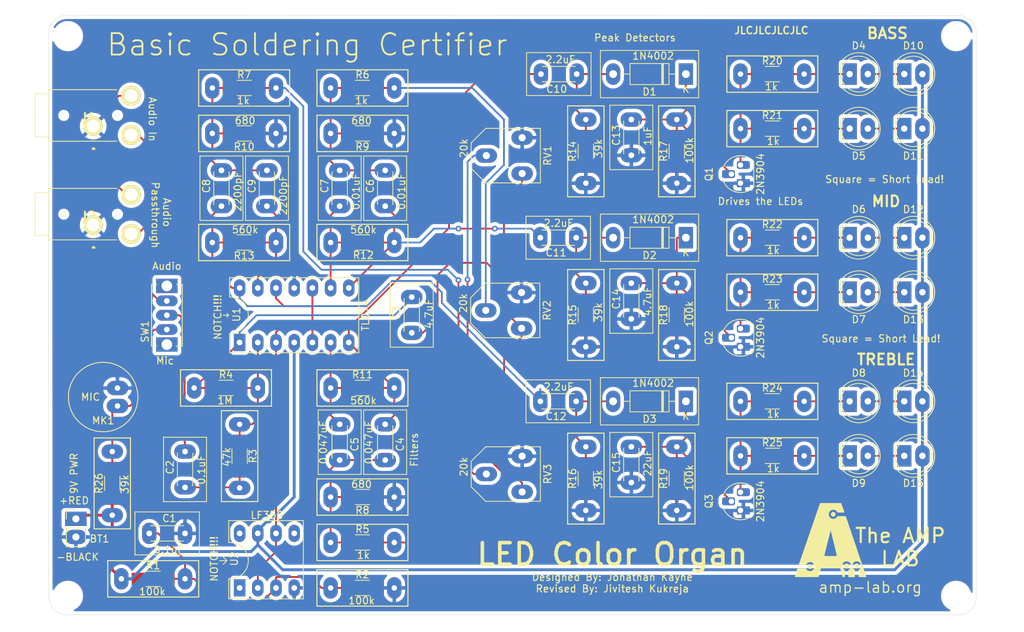
<source format=kicad_pcb>
(kicad_pcb (version 20211014) (generator pcbnew)
  (layers (0 "F.Cu" signal) (31 "B.Cu" signal) (34 "B.Paste" user) (35 "F.Paste" user) (36 "B.SilkS" user "B.Silkscreen") (37 "F.SilkS" user "F.Silkscreen") (38 "B.Mask" user) (39 "F.Mask" user) (44 "Edge.Cuts" user))
  (net 0 "")
  (net 1 "Net-(C1-Pad1)")
  (net 2 "GND")
  (net 3 "Net-(C2-Pad1)")
  (net 4 "Audio_In")
  (net 5 "Net-(C3-Pad2)")
  (net 6 "Net-(C3-Pad1)")
  (net 7 "Net-(C4-Pad2)")
  (net 8 "Net-(C10-Pad2)")
  (net 9 "Net-(C5-Pad1)")
  (net 10 "Net-(C6-Pad2)")
  (net 11 "Net-(C11-Pad2)")
  (net 12 "Net-(C7-Pad1)")
  (net 13 "Net-(C8-Pad2)")
  (net 14 "Net-(C12-Pad2)")
  (net 15 "Net-(C9-Pad1)")
  (net 16 "Net-(C10-Pad1)")
  (net 17 "Net-(C11-Pad1)")
  (net 18 "Net-(C12-Pad1)")
  (net 19 "Net-(C13-Pad2)")
  (net 20 "Net-(C14-Pad2)")
  (net 21 "Net-(C15-Pad2)")
  (net 22 "Net-(D10-Pad1)")
  (net 23 "Net-(D4-Pad1)")
  (net 24 "Net-(D5-Pad1)")
  (net 25 "Net-(D11-Pad1)")
  (net 26 "Net-(D12-Pad1)")
  (net 27 "Net-(D6-Pad1)")
  (net 28 "Net-(D13-Pad1)")
  (net 29 "Net-(D7-Pad1)")
  (net 30 "Net-(D14-Pad1)")
  (net 31 "Net-(D8-Pad1)")
  (net 32 "Net-(D15-Pad1)")
  (net 33 "Net-(D9-Pad1)")
  (net 34 "+9V")
  (net 35 "Net-(J1-Pad2)")
  (net 37 "Net-(J1-Pad3)")
  (net 39 "Net-(MK1-Pad2)")
  (net 40 "Net-(Q1-Pad3)")
  (net 41 "Net-(Q2-Pad3)")
  (net 42 "Net-(Q3-Pad3)")
  (net 43 "Net-(R3-Pad1)")
  (net 44 "Net-(R5-Pad2)")
  (net 45 "Net-(R6-Pad2)")
  (net 46 "Net-(R7-Pad2)")
  (net 47 "GNDD")
  (footprint "ColorOrgan:C_Disc_D4.3mm_W1.9mm_P5.00mm_Handsolder" (layer "F.Cu") (at 128.35 128.27)
    (fp_text reference "C1")
    (fp_text value "0.1uF" hide)
  )
  (footprint "ColorOrgan:C_Disc_D4.3mm_W1.9mm_P5.00mm_Handsolder" (layer "F.Cu") (at 133.35 121.84 90)
    (fp_text reference "C2")
    (fp_text value "0.1uF" hide)
  )
  (footprint "ColorOrgan:C_Disc_D4.3mm_W1.9mm_P5.00mm_Handsolder" (layer "F.Cu") (at 165 100.25 90)
    (fp_text reference "C3")
    (fp_text value "4.7uF" hide)
  )
  (footprint "ColorOrgan:C_Disc_D4.3mm_W1.9mm_P5.00mm_Handsolder" (layer "F.Cu") (at 161.29 113.03 -90)
    (fp_text reference "C4")
    (fp_text value "0.047uF" hide)
  )
  (footprint "ColorOrgan:C_Disc_D4.3mm_W1.9mm_P5.00mm_Handsolder" (layer "F.Cu") (at 154.94 113.03 -90)
    (fp_text reference "C5")
    (fp_text value "0.047uF" hide)
  )
  (footprint "ColorOrgan:C_Disc_D4.3mm_W1.9mm_P5.00mm_Handsolder" (layer "F.Cu") (at 161.29 82.55 90)
    (fp_text reference "C6")
    (fp_text value "0.01uF" hide)
  )
  (footprint "ColorOrgan:C_Disc_D4.3mm_W1.9mm_P5.00mm_Handsolder" (layer "F.Cu") (at 154.94 82.55 90)
    (fp_text reference "C7")
    (fp_text value "0.01uF" hide)
  )
  (footprint "ColorOrgan:C_Disc_D4.3mm_W1.9mm_P5.00mm_Handsolder" (layer "F.Cu") (at 138.43 82.55 90)
    (fp_text reference "C8")
    (fp_text value "0.0022uF" hide)
  )
  (footprint "ColorOrgan:C_Disc_D4.3mm_W1.9mm_P5.00mm_Handsolder" (layer "F.Cu") (at 144.78 82.55 90)
    (fp_text reference "C9")
    (fp_text value "0.0022uF" hide)
  )
  (footprint "ColorOrgan:C_Disc_D4.3mm_W1.9mm_P5.00mm_Handsolder" (layer "F.Cu") (at 188.03 64.1 180)
    (fp_text reference "C10")
    (fp_text value "2.2uF" hide)
  )
  (footprint "ColorOrgan:C_Disc_D4.3mm_W1.9mm_P5.00mm_Handsolder" (layer "F.Cu") (at 187.95 86.96 180)
    (fp_text reference "C11")
    (fp_text value "2.2uF" hide)
  )
  (footprint "ColorOrgan:C_Disc_D4.3mm_W1.9mm_P5.00mm_Handsolder" (layer "F.Cu") (at 187.95 109.82 180)
    (fp_text reference "C12")
    (fp_text value "2.2uF" hide)
  )
  (footprint "ColorOrgan:C_Disc_D4.3mm_W1.9mm_P5.00mm_Handsolder" (layer "F.Cu") (at 195.65 75.45 90)
    (fp_text reference "C13")
    (fp_text value "1uF" hide)
  )
  (footprint "ColorOrgan:C_Disc_D4.3mm_W1.9mm_P5.00mm_Handsolder" (layer "F.Cu") (at 195.65 98.31 90)
    (fp_text reference "C14")
    (fp_text value "4.7uF" hide)
  )
  (footprint "ColorOrgan:C_Disc_D4.3mm_W1.9mm_P5.00mm_Handsolder" (layer "F.Cu") (at 195.65 121.17 90)
    (fp_text reference "C15")
    (fp_text value "22uF" hide)
  )
  (footprint "ColorOrgan:D_DO-41_SOD81_P10.16mm_Horizontal_HandSolder" (layer "F.Cu") (at 203.27 64.1 180)
    (fp_text reference "D1")
    (fp_text value "1N4002")
  )
  (footprint "ColorOrgan:D_DO-41_SOD81_P10.16mm_Horizontal_HandSolder" (layer "F.Cu") (at 203.27 86.96 180)
    (fp_text reference "D2")
    (fp_text value "1N4002")
  )
  (footprint "ColorOrgan:D_DO-41_SOD81_P10.16mm_Horizontal_HandSolder" (layer "F.Cu") (at 203.27 109.82 180)
    (fp_text reference "D3")
    (fp_text value "1N4002")
  )
  (footprint "ColorOrgan:LED_D5.0mm_handsolder" (layer "F.Cu") (at 226.13 64.1)
    (fp_text reference "D4")
    (fp_text value "LED" hide)
  )
  (footprint "ColorOrgan:LED_D5.0mm_handsolder" (layer "F.Cu") (at 226.13 71.72)
    (fp_text reference "D5")
    (fp_text value "LED" hide)
  )
  (footprint "ColorOrgan:LED_D5.0mm_handsolder" (layer "F.Cu") (at 226.13 86.96)
    (fp_text reference "D6")
    (fp_text value "LED" hide)
  )
  (footprint "ColorOrgan:LED_D5.0mm_handsolder" (layer "F.Cu") (at 226.13 94.58)
    (fp_text reference "D7")
    (fp_text value "LED" hide)
  )
  (footprint "ColorOrgan:LED_D5.0mm_handsolder" (layer "F.Cu") (at 226.13 109.82)
    (fp_text reference "D8")
    (fp_text value "LED" hide)
  )
  (footprint "ColorOrgan:LED_D5.0mm_handsolder" (layer "F.Cu") (at 226.13 117.44)
    (fp_text reference "D9")
    (fp_text value "LED" hide)
  )
  (footprint "ColorOrgan:LED_D5.0mm_handsolder" (layer "F.Cu") (at 233.75 64.1)
    (fp_text reference "D10")
    (fp_text value "LED" hide)
  )
  (footprint "ColorOrgan:LED_D5.0mm_handsolder" (layer "F.Cu") (at 233.75 71.72)
    (fp_text reference "D11")
    (fp_text value "LED" hide)
  )
  (footprint "ColorOrgan:LED_D5.0mm_handsolder" (layer "F.Cu") (at 233.75 86.96)
    (fp_text reference "D12")
    (fp_text value "LED" hide)
  )
  (footprint "ColorOrgan:LED_D5.0mm_handsolder" (layer "F.Cu") (at 233.75 94.58)
    (fp_text reference "D13")
    (fp_text value "LED" hide)
  )
  (footprint "ColorOrgan:LED_D5.0mm_handsolder" (layer "F.Cu") (at 233.75 109.82)
    (fp_text reference "D14")
    (fp_text value "LED" hide)
  )
  (footprint "ColorOrgan:LED_D5.0mm_handsolder" (layer "F.Cu") (at 233.75 117.44)
    (fp_text reference "D15")
    (fp_text value "LED" hide)
  )
  (footprint "ColorOrgan:CUI_CMA-6542PF" (layer "F.Cu") (at 121.92 109.22 180)
    (fp_text reference "MK1")
    (fp_text value "Mic" hide)
  )
  (footprint "Package_TO_SOT_THT:TO-92_HandSolder" (layer "F.Cu") (at 210.89 79.34 90)
    (fp_text reference "Q1")
    (fp_text value "2N3904")
  )
  (footprint "Package_TO_SOT_THT:TO-92_HandSolder" (layer "F.Cu") (at 210.89 102.2 90)
    (fp_text reference "Q2")
    (fp_text value "2N3904")
  )
  (footprint "Package_TO_SOT_THT:TO-92_HandSolder" (layer "F.Cu") (at 210.89 125.06 90)
    (fp_text reference "Q3")
    (fp_text value "2N3904")
  )
  (footprint "ColorOrgan:R_Combo" (layer "F.Cu") (at 140.97 117.475 -90)
    (fp_text reference "R3")
    (fp_text value "47k" hide)
  )
  (footprint "ColorOrgan:R_Combo" (layer "F.Cu") (at 139.065 107.95)
    (fp_text reference "R4")
    (fp_text value "1M" hide)
  )
  (footprint "ColorOrgan:R_Combo" (layer "F.Cu") (at 158.115 129.54)
    (fp_text reference "R5")
    (fp_text value "1k" hide)
  )
  (footprint "ColorOrgan:R_Combo" (layer "F.Cu") (at 158.115 66.04)
    (fp_text reference "R6")
    (fp_text value "1k" hide)
  )
  (footprint "ColorOrgan:R_Combo" (layer "F.Cu") (at 141.605 66.04)
    (fp_text reference "R7")
    (fp_text value "1k" hide)
  )
  (footprint "ColorOrgan:R_Combo" (layer "F.Cu") (at 158.115 123.19 180)
    (fp_text reference "R8")
    (fp_text value "680" hide)
  )
  (footprint "ColorOrgan:R_Combo" (layer "F.Cu") (at 158.115 72.39 180)
    (fp_text reference "R9")
    (fp_text value "680" hide)
  )
  (footprint "ColorOrgan:R_Combo" (layer "F.Cu") (at 141.605 72.39 180)
    (fp_text reference "R10")
    (fp_text value "680" hide)
  )
  (footprint "ColorOrgan:R_Combo" (layer "F.Cu") (at 158.115 107.95)
    (fp_text reference "R11")
    (fp_text value "560k" hide)
  )
  (footprint "ColorOrgan:R_Combo" (layer "F.Cu") (at 158.115 87.63)
    (fp_text reference "R12")
    (fp_text value "560k" hide)
  )
  (footprint "ColorOrgan:R_Combo" (layer "F.Cu") (at 141.605 87.63 180)
    (fp_text reference "R13")
    (fp_text value "560k" hide)
  )
  (footprint "ColorOrgan:R_Combo" (layer "F.Cu") (at 189.3 74.895 90)
    (fp_text reference "R14")
    (fp_text value "39k" hide)
  )
  (footprint "ColorOrgan:R_Combo" (layer "F.Cu") (at 189.3 97.755 90)
    (fp_text reference "R15")
    (fp_text value "39k" hide)
  )
  (footprint "ColorOrgan:R_Combo" (layer "F.Cu") (at 189.3 120.615 90)
    (fp_text reference "R16")
    (fp_text value "39k" hide)
  )
  (footprint "ColorOrgan:R_Combo" (layer "F.Cu") (at 202 74.895 90)
    (fp_text reference "R17")
    (fp_text value "100k" hide)
  )
  (footprint "ColorOrgan:R_Combo" (layer "F.Cu") (at 202 97.755 90)
    (fp_text reference "R18")
    (fp_text value "100k" hide)
  )
  (footprint "ColorOrgan:R_Combo" (layer "F.Cu") (at 202 120.615 90)
    (fp_text reference "R19")
    (fp_text value "100k" hide)
  )
  (footprint "ColorOrgan:R_Combo" (layer "F.Cu") (at 215.335 64.1)
    (fp_text reference "R20")
    (fp_text value "1k" hide)
  )
  (footprint "ColorOrgan:R_Combo" (layer "F.Cu") (at 215.335 71.72)
    (fp_text reference "R21")
    (fp_text value "1k" hide)
  )
  (footprint "ColorOrgan:R_Combo" (layer "F.Cu") (at 215.335 86.96)
    (fp_text reference "R22")
    (fp_text value "1k" hide)
  )
  (footprint "ColorOrgan:R_Combo" (layer "F.Cu") (at 215.335 94.58)
    (fp_text reference "R23")
    (fp_text value "1k" hide)
  )
  (footprint "ColorOrgan:R_Combo" (layer "F.Cu") (at 215.335 109.82)
    (fp_text reference "R24")
    (fp_text value "1k" hide)
  )
  (footprint "ColorOrgan:R_Combo" (layer "F.Cu") (at 215.335 117.44)
    (fp_text reference "R25")
    (fp_text value "1k" hide)
  )
  (footprint "ColorOrgan:R_Combo" (layer "F.Cu") (at 123.19 121.285 90)
    (fp_text reference "R26")
    (fp_text value "39k" hide)
  )
  (footprint "ColorOrgan:POT_Bourns_3306F" (layer "F.Cu") (at 180.41 75.49 90)
    (fp_text reference "RV1")
    (fp_text value "20k")
  )
  (footprint "ColorOrgan:POT_Bourns_3306F" (layer "F.Cu") (at 180.33 97.12 90)
    (fp_text reference "RV2")
    (fp_text value "20k")
  )
  (footprint "ColorOrgan:POT_Bourns_3306F" (layer "F.Cu") (at 180.41 119.98 90)
    (fp_text reference "RV3")
    (fp_text value "20k")
  )
  (footprint "ColorOrgan:SW_OS102011MS2QN1" (layer "F.Cu") (at 130.81 97.79 90)
    (fp_text reference "SW1")
    (fp_text value "SW_SPDT" hide)
  )
  (footprint "ColorOrgan:DIP-14_labeled" (layer "F.Cu") (at 140.97 101.6 90)
    (fp_text reference "U1")
    (fp_text value "TL074")
  )
  (footprint "ColorOrgan:DIP-8_labeled" (layer "F.Cu") (at 140.97 135.89 90)
    (fp_text reference "U2")
    (fp_text value "LF356")
  )
  (footprint "ColorOrgan:R_Combo" (layer "F.Cu") (at 128.905 134.62)
    (fp_text reference "R1")
    (fp_text value "100k" hide)
  )
  (footprint "ColorOrgan:R_Combo" (layer "F.Cu") (at 158.115 135.89)
    (fp_text reference "R2")
    (fp_text value "100k" hide)
  )
  (footprint "ColorOrgan:PinHeader_1x02_P2.54mm_Vertical_Battery" (layer "F.Cu") (at 118.11 126.238)
    (fp_text reference "BT1")
    (fp_text value "Battery")
  )
  (footprint "STX-3000:STX3000" (layer "F.Cu") (at 120.524 71.376)
    (fp_text reference "J1")
    (fp_text value "STX-3000" hide)
  )
  (footprint "STX-3000:STX3000" (layer "F.Cu") (at 120.524 85.176)
    (fp_text reference "J2")
    (fp_text value "STX-3000" hide)
  )
  (footprint "MountingHole:MountingHole_3.2mm_M3" (layer "F.Cu") (at 241 137)
    (fp_text reference "REF**" hide)
    (fp_text value "MountingHole_3.2mm_M3")
  )
  (footprint "LOGO" (layer "F.Cu") (at 223.45 129.2)
    (fp_text reference "G***" hide)
    (fp_text value "LOGO" hide)
  )
  (footprint "MountingHole:MountingHole_3.2mm_M3" (layer "F.Cu") (at 117 58.8)
    (fp_text reference "REF**" hide)
    (fp_text value "MountingHole_3.2mm_M3")
  )
  (footprint "MountingHole:MountingHole_3.2mm_M3" (layer "F.Cu") (at 117 137)
    (fp_text reference "REF**" hide)
    (fp_text value "MountingHole_3.2mm_M3")
  )
  (footprint "MountingHole:MountingHole_3.2mm_M3" (layer "F.Cu") (at 241 58.8)
    (fp_text reference "REF**" hide)
    (fp_text value "MountingHole_3.2mm_M3")
  )
  (gr_arc (start 116.84 139.66) (mid 115.072233 138.927767) (end 114.34 137.16) (layer "Edge.Cuts") (width 0.05))
  (gr_line (start 116.84 139.66) (end 241.3 139.66) (layer "Edge.Cuts") (width 0.05))
  (gr_arc (start 114.3 58.4) (mid 115.032233 56.632233) (end 116.8 55.9) (layer "Edge.Cuts") (width 0.05))
  (gr_arc (start 241.3 55.92) (mid 243.067767 56.652233) (end 243.8 58.42) (layer "Edge.Cuts") (width 0.05))
  (gr_line (start 114.3 58.4) (end 114.34 137.16) (layer "Edge.Cuts") (width 0.05))
  (gr_line (start 241.3 55.92) (end 116.8 55.9) (layer "Edge.Cuts") (width 0.05))
  (gr_arc (start 243.8 137.16) (mid 243.067767 138.927767) (end 241.3 139.66) (layer "Edge.Cuts") (width 0.05))
  (gr_line (start 243.8 137.16) (end 243.8 58.42) (layer "Edge.Cuts") (width 0.05))
  (gr_text "0.047uF" (at 159.004 115.57 90) (layer "F.SilkS") (effects (font (size 1 1))))
  (gr_text "Audio" (at 130.81 90.932) (layer "F.SilkS") (effects (font (size 1 1))))
  (gr_text "The AMP\nLAB" (at 233.2 130.2) (layer "F.SilkS") (effects (font (size 2 2) (thickness 0.3))))
  (gr_text "Square = Short Lead!" (at 230.51 101.06) (layer "F.SilkS") (effects (font (size 1 1))))
  (gr_text "Drives the LEDs" (at 213.684 81.88) (layer "F.SilkS") (effects (font (size 1 1))))
  (gr_text "680" (at 141.732 70.612) (layer "F.SilkS") (effects (font (size 1 1))))
  (gr_text "680" (at 157.988 121.412) (layer "F.SilkS") (effects (font (size 1 1))))
  (gr_text "100k" (at 203.778 97.628 90) (layer "F.SilkS") (effects (font (size 1 1))))
  (gr_text "1k" (at 158.242 131.318) (layer "F.SilkS") (effects (font (size 1 1))))
  (gr_text "560k" (at 158.242 85.852) (layer "F.SilkS") (effects (font (size 1 1))))
  (gr_text "4.7uF" (at 197.936 95.85 90) (layer "F.SilkS") (effects (font (size 1 1))))
  (gr_text "100k" (at 157.988 137.668) (layer "F.SilkS") (effects (font (size 1 1))))
  (gr_text "680" (at 157.988 70.612) (layer "F.SilkS") (effects (font (size 1 1))))
  (gr_text "1M" (at 138.938 109.728) (layer "F.SilkS") (effects (font (size 1 1))))
  (gr_text "2.2uF" (at 185.49 84.928) (layer "F.SilkS") (effects (font (size 1 1))))
  (gr_text "BASS" (at 231.4 58.4) (layer "F.SilkS") (effects (font (size 1.5 1.5) (thickness 0.3))))
  (gr_text "JLCJLCJLCJLC\n" (at 215.2 58) (layer "F.SilkS") (effects (font (size 1 1) (thickness 0.2))))
  (gr_text "1k" (at 215.462 96.358) (layer "F.SilkS") (effects (font (size 1 1))))
  (gr_text "Audio \nPassthrough" (at 130 83.8 270) (layer "F.SilkS") (effects (font (size 1 1))))
  (gr_text "2.2uF" (at 185.744 62.068) (layer "F.SilkS") (effects (font (size 1 1))))
  (gr_text "LED Color Organ" (at 193 131.2) (layer "F.SilkS") (effects (font (size 3 3) (thickness 0.5))))
  (gr_text "0.1uF" (at 131.064 130.556) (layer "F.SilkS") (effects (font (size 1 1))))
  (gr_text "4.7uF" (at 167.4 97.6 90) (layer "F.SilkS") (effects (font (size 1 1))))
  (gr_text "100k" (at 203.778 120.488 90) (layer "F.SilkS") (effects (font (size 1 1))))
  (gr_text "Peak Detectors" (at 196.158 59.02) (layer "F.SilkS") (effects (font (size 1 1))))
  (gr_text "560k" (at 141.732 85.852) (layer "F.SilkS") (effects (font (size 1 1))))
  (gr_text "2200pF" (at 147.066 81.026 90) (layer "F.SilkS") (effects (font (size 1 1))))
  (gr_text "Square = Short Lead!" (at 231.01 78.8) (layer "F.SilkS") (effects (font (size 1 1))))
  (gr_text "MID" (at 231.21 81.88) (layer "F.SilkS") (effects (font (size 1.5 1.5) (thickness 0.3))))
  (gr_text "0.1uF" (at 135.636 119.38 90) (layer "F.SilkS") (effects (font (size 1 1))))
  (gr_text "+RED" (at 117.856 123.698) (layer "F.SilkS") (effects (font (size 1 1))))
  (gr_text "47k" (at 139.192 117.602 90) (layer "F.SilkS") (effects (font (size 1 1))))
  (gr_text "39k" (at 191.078 120.742 90) (layer "F.SilkS") (effects (font (size 1 1))))
  (gr_text "1k" (at 215.462 119.218) (layer "F.SilkS") (effects (font (size 1 1))))
  (gr_text "39k" (at 124.968 121.412 90) (layer "F.SilkS") (effects (font (size 1 1))))
  (gr_text "Audio In" (at 128.8 70.4 270) (layer "F.SilkS") (effects (font (size 1 1))))
  (gr_text "0.01uF" (at 157.226 80.518 90) (layer "F.SilkS") (effects (font (size 1 1))))
  (gr_text "1k" (at 215.462 111.598) (layer "F.SilkS") (effects (font (size 1 1))))
  (gr_text "0.047uF" (at 152.654 115.57 90) (layer "F.SilkS") (effects (font (size 1 1))))
  (gr_text "560k" (at 158.242 109.728) (layer "F.SilkS") (effects (font (size 1 1))))
  (gr_text "100k" (at 203.778 74.768 90) (layer "F.SilkS") (effects (font (size 1 1))))
  (gr_text "-BLACK" (at 118.364 131.572) (layer "F.SilkS") (effects (font (size 1 1))))
  (gr_text "1k" (at 141.478 67.818) (layer "F.SilkS") (effects (font (size 1 1))))
  (gr_text "Mic" (at 130.556 104.14) (layer "F.SilkS") (effects (font (size 1 1))))
  (gr_text "1k" (at 215.462 73.498) (layer "F.SilkS") (effects (font (size 1 1))))
  (gr_text "100k" (at 128.778 136.398) (layer "F.SilkS") (effects (font (size 1 1))))
  (gr_text "1k" (at 215.208 65.878) (layer "F.SilkS") (effects (font (size 1 1))))
  (gr_text "2200pF" (at 140.716 80.518 90) (layer "F.SilkS") (effects (font (size 1 1))))
  (gr_text "1k" (at 157.988 67.818) (layer "F.SilkS") (effects (font (size 1 1))))
  (gr_text "0.01uF" (at 163.576 80.518 90) (layer "F.SilkS") (effects (font (size 1 1))))
  (gr_text "39k" (at 191.078 74.514 90) (layer "F.SilkS") (effects (font (size 1 1))))
  (gr_text "TREBLE" (at 231.21 103.978) (layer "F.SilkS") (effects (font (size 1.5 1.5) (thickness 0.3))))
  (gr_text "Filters" (at 165.354 116.586 90) (layer "F.SilkS") (effects (font (size 1 1))))
  (gr_text "2.2uF" (at 185.49 107.788) (layer "F.SilkS") (effects (font (size 1 1))))
  (gr_text "Designed By: Jonathan Kayne\nRevised By: Jivitesh Kukreja" (at 193 135.2) (layer "F.SilkS") (effects (font (size 1 1))))
  (gr_text "9V PWR" (at 117.856 119.888 90) (layer "F.SilkS") (effects (font (size 1 1))))
  (gr_text "amp-lab.org" (at 229 135.8) (layer "F.SilkS") (effects (font (size 1.5 1.5) (thickness 0.175))))
  (gr_text "1uF" (at 197.936 72.736 90) (layer "F.SilkS") (effects (font (size 1 1))))
  (gr_text "39k" (at 191.078 97.374 90) (layer "F.SilkS") (effects (font (size 1 1))))
  (gr_text "22uF" (at 197.936 118.456 90) (layer "F.SilkS") (effects (font (size 1 1))))
  (gr_text "1k" (at 215.462 88.738) (layer "F.SilkS") (effects (font (size 1 1))))
  (gr_text "Basic Soldering Certifier" (at 150.4 60) (layer "F.SilkS") (effects (font (size 3 3) (thickness 0.25))))
  (segment (start 133.35 132.02) (end 133.35 132.87) (width 0.25) (layer "F.Cu") (net 1))
  (segment (start 138.41 138.43) (end 143.51 138.43) (width 0.25) (layer "F.Cu") (net 1))
  (segment (start 153.67 135.89) (end 152.42 135.89) (width 0.25) (layer "F.Cu") (net 1))
  (segment (start 156.115 135.89) (end 153.67 135.89) (width 0.25) (layer "F.Cu") (net 1))
  (segment (start 134.6 134.62) (end 138.41 138.43) (width 0.25) (layer "F.Cu") (net 1))
  (segment (start 146.05 134.44) (end 146.05 135.89) (width 0.25) (layer "F.Cu") (net 1))
  (segment (start 143.51 138.43) (end 146.05 135.89) (width 0.25) (layer "F.Cu") (net 1))
  (segment (start 133.35 134.62) (end 134.6 134.62) (width 0.25) (layer "F.Cu") (net 1))
  (segment (start 133.35 134.62) (end 130.905 134.62) (width 0.25) (layer "F.Cu") (net 1))
  (segment (start 129.6 128.27) (end 133.35 132.02) (width 0.25) (layer "F.Cu") (net 1))
  (segment (start 146.12501 134.36499) (end 146.05 134.44) (width 0.25) (layer "F.Cu") (net 1))
  (segment (start 150.89499 134.36499) (end 146.12501 134.36499) (width 0.25) (layer "F.Cu") (net 1))
  (segment (start 133.35 132.87) (end 133.35 134.62) (width 0.25) (layer "F.Cu") (net 1))
  (segment (start 152.42 135.89) (end 150.89499 134.36499) (width 0.25) (layer "F.Cu") (net 1))
  (segment (start 128.35 128.27) (end 129.6 128.27) (width 0.25) (layer "F.Cu") (net 1))
  (segment (start 202 122.615) (end 202 125.06) (width 0.25) (layer "F.Cu") (net 2))
  (segment (start 160.115 72.39) (end 162.56 72.39) (width 0.25) (layer "F.Cu") (net 2))
  (segment (start 202 99.755) (end 202 102.2) (width 0.25) (layer "F.Cu") (net 2))
  (segment (start 202 76.895) (end 202 79.34) (width 0.25) (layer "F.Cu") (net 2))
  (segment (start 189.3 76.895) (end 189.3 79.34) (width 0.25) (layer "F.Cu") (net 2))
  (segment (start 143.605 72.39) (end 146.05 72.39) (width 0.25) (layer "F.Cu") (net 2))
  (segment (start 189.3 99.755) (end 189.3 102.2) (width 0.25) (layer "F.Cu") (net 2))
  (segment (start 160.115 123.19) (end 162.56 123.19) (width 0.25) (layer "F.Cu") (net 2))
  (segment (start 189.3 122.615) (end 189.3 125.06) (width 0.25) (layer "F.Cu") (net 2))
  (segment (start 160.115 135.89) (end 162.56 135.89) (width 0.25) (layer "F.Cu") (net 2))
  (segment (start 140.89 121.84) (end 140.97 121.92) (width 0.25) (layer "F.Cu") (net 3))
  (segment (start 140.97 121.92) (end 140.97 119.475) (width 0.25) (layer "F.Cu") (net 3))
  (segment (start 133.35 121.84) (end 140.89 121.84) (width 0.25) (layer "F.Cu") (net 3))
  (segment (start 133.35 115.59) (end 133.29499 115.53499) (width 0.25) (layer "F.Cu") (net 4))
  (segment (start 133.35 116.84) (end 133.35 115.59) (width 0.25) (layer "F.Cu") (net 4))
  (segment (start 132.56 97.79) (end 130.81 97.79) (width 0.25) (layer "F.Cu") (net 4))
  (segment (start 133.29499 98.52499) (end 132.56 97.79) (width 0.25) (layer "F.Cu") (net 4))
  (segment (start 133.29499 115.53499) (end 133.29499 98.52499) (width 0.25) (layer "F.Cu") (net 4))
  (segment (start 134.62 107.95) (end 137.065 107.95) (width 0.25) (layer "F.Cu") (net 5))
  (segment (start 140.97 101.6) (end 134.62 107.95) (width 0.25) (layer "F.Cu") (net 5))
  (segment (start 143.33 97.79) (end 162.61 97.79) (width 0.25) (layer "B.Cu") (net 5))
  (segment (start 140.97 100.15) (end 143.33 97.79) (width 0.25) (layer "B.Cu") (net 5))
  (segment (start 162.61 97.79) (end 165 95.4) (width 0.25) (layer "B.Cu") (net 5))
  (segment (start 165 95.4) (end 165 95.25) (width 0.25) (layer "B.Cu") (net 5))
  (segment (start 140.97 101.6) (end 140.97 100.15) (width 0.25) (layer "B.Cu") (net 5))
  (segment (start 177.89 118.71) (end 177.89 103.31) (width 0.25) (layer "F.Cu") (net 6))
  (segment (start 166.55 100.25) (end 168.6 98.2) (width 0.25) (layer "F.Cu") (net 6))
  (segment (start 165 100.25) (end 166.55 100.25) (width 0.25) (layer "F.Cu") (net 6))
  (segment (start 177.87 97.12) (end 177.87 92.87) (width 0.25) (layer "F.Cu") (net 6))
  (segment (start 180.33 99.58) (end 177.87 97.12) (width 0.25) (layer "F.Cu") (net 6))
  (segment (start 175.47 90.47) (end 177.87 92.87) (width 0.25) (layer "F.Cu") (net 6))
  (segment (start 177.87 92.87) (end 177.87 90.47) (width 0.25) (layer "F.Cu") (net 6))
  (segment (start 180.33 100.87) (end 180.33 99.62) (width 0.25) (layer "F.Cu") (net 6))
  (segment (start 180.41 121.23) (end 177.89 118.71) (width 0.25) (layer "F.Cu") (net 6))
  (segment (start 180.41 79.24) (end 180.41 77.99) (width 0.25) (layer "F.Cu") (net 6))
  (segment (start 180.41 122.48) (end 180.41 121.23) (width 0.25) (layer "F.Cu") (net 6))
  (segment (start 177.89 103.31) (end 180.33 100.87) (width 0.25) (layer "F.Cu") (net 6))
  (segment (start 170.33 90.47) (end 175.47 90.47) (width 0.25) (layer "F.Cu") (net 6))
  (segment (start 177.87 81.78) (end 180.41 79.24) (width 0.25) (layer "F.Cu") (net 6))
  (segment (start 168.6 92.2) (end 170.33 90.47) (width 0.25) (layer "F.Cu") (net 6))
  (segment (start 177.87 90.47) (end 177.87 81.78) (width 0.25) (layer "F.Cu") (net 6))
  (segment (start 168.6 98.2) (end 168.6 92.2) (width 0.25) (layer "F.Cu") (net 6))
  (segment (start 180.33 99.62) (end 180.33 99.58) (width 0.25) (layer "F.Cu") (net 6))
  (segment (start 156.115 129.54) (end 153.67 129.54) (width 0.25) (layer "F.Cu") (net 7))
  (segment (start 156.115 123.19) (end 153.67 123.19) (width 0.25) (layer "F.Cu") (net 7))
  (segment (start 153.67 123.19) (end 153.67 119.3) (width 0.25) (layer "F.Cu") (net 7))
  (segment (start 153.67 119.3) (end 154.94 118.03) (width 0.25) (layer "F.Cu") (net 7))
  (segment (start 153.67 129.54) (end 153.67 123.19) (width 0.25) (layer "F.Cu") (net 7))
  (segment (start 161.29 118.03) (end 154.94 118.03) (width 0.25) (layer "F.Cu") (net 7))
  (segment (start 170.2 69) (end 175.1 64.1) (width 0.25) (layer "F.Cu") (net 8))
  (segment (start 162.56 107.95) (end 160.115 107.95) (width 0.25) (layer "F.Cu") (net 8))
  (segment (start 162.56 111.76) (end 161.29 113.03) (width 0.25) (layer "F.Cu") (net 8))
  (segment (start 175.1 64.1) (end 183.03 64.1) (width 0.25) (layer "F.Cu") (net 8))
  (segment (start 156.21 99.59) (end 170.2 85.6) (width 0.25) (layer "F.Cu") (net 8))
  (segment (start 156.21 101.6) (end 162.56 107.95) (width 0.25) (layer "F.Cu") (net 8))
  (segment (start 170.2 85.6) (end 170.2 69) (width 0.25) (layer "F.Cu") (net 8))
  (segment (start 162.56 107.95) (end 162.56 111.76) (width 0.25) (layer "F.Cu") (net 8))
  (segment (start 156.21 101.6) (end 156.21 99.59) (width 0.25) (layer "F.Cu") (net 8))
  (segment (start 153.67 107.95) (end 153.67 111.76) (width 0.25) (layer "F.Cu") (net 9))
  (segment (start 156.115 107.95) (end 153.67 107.95) (width 0.25) (layer "F.Cu") (net 9))
  (segment (start 153.67 107.95) (end 153.67 101.6) (width 0.25) (layer "F.Cu") (net 9))
  (segment (start 153.67 111.76) (end 154.94 113.03) (width 0.25) (layer "F.Cu") (net 9))
  (segment (start 156.115 72.39) (end 153.67 72.39) (width 0.25) (layer "F.Cu") (net 10))
  (segment (start 153.67 72.39) (end 153.67 76.28) (width 0.25) (layer "F.Cu") (net 10))
  (segment (start 156.115 66.04) (end 153.67 66.04) (width 0.25) (layer "F.Cu") (net 10))
  (segment (start 161.29 77.55) (end 154.94 77.55) (width 0.25) (layer "F.Cu") (net 10))
  (segment (start 153.67 76.28) (end 154.94 77.55) (width 0.25) (layer "F.Cu") (net 10))
  (segment (start 153.67 72.39) (end 153.67 66.04) (width 0.25) (layer "F.Cu") (net 10))
  (segment (start 162.56 87.63) (end 162.56 83.82) (width 0.25) (layer "F.Cu") (net 11))
  (segment (start 156.21 93.98) (end 162.56 87.63) (width 0.25) (layer "F.Cu") (net 11))
  (segment (start 162.56 83.82) (end 161.29 82.55) (width 0.25) (layer "F.Cu") (net 11))
  (segment (start 171.52 85.69) (end 176.6 85.69) (width 0.25) (layer "F.Cu") (net 11))
  (segment (start 162.56 87.63) (end 160.115 87.63) (width 0.25) (layer "F.Cu") (net 11))
  (via (at 176.6 85.69) (size 0.8) (drill 0.4) (layers "F.Cu" "B.Cu") (net 11))
  (via (at 171.52 85.69) (size 0.8) (drill 0.4) (layers "F.Cu" "B.Cu") (net 11))
  (segment (start 166.17 87.63) (end 168.11 85.69) (width 0.25) (layer "B.Cu") (net 11))
  (segment (start 168.11 85.69) (end 171.52 85.69) (width 0.25) (layer "B.Cu") (net 11))
  (segment (start 181.68 85.69) (end 182.95 86.96) (width 0.25) (layer "B.Cu") (net 11))
  (segment (start 176.6 85.69) (end 181.68 85.69) (width 0.25) (layer "B.Cu") (net 11))
  (segment (start 162.56 87.63) (end 166.17 87.63) (width 0.25) (layer "B.Cu") (net 11))
  (segment (start 153.67 93.98) (end 153.67 87.63) (width 0.25) (layer "F.Cu") (net 12))
  (segment (start 153.67 87.63) (end 153.67 83.82) (width 0.25) (layer "F.Cu") (net 12))
  (segment (start 156.115 87.63) (end 153.67 87.63) (width 0.25) (layer "F.Cu") (net 12))
  (segment (start 153.67 83.82) (end 154.94 82.55) (width 0.25) (layer "F.Cu") (net 12))
  (segment (start 139.605 72.39) (end 137.16 72.39) (width 0.25) (layer "F.Cu") (net 13))
  (segment (start 137.16 76.28) (end 138.43 77.55) (width 0.25) (layer "F.Cu") (net 13))
  (segment (start 144.78 77.55) (end 138.43 77.55) (width 0.25) (layer "F.Cu") (net 13))
  (segment (start 137.16 72.39) (end 137.16 76.28) (width 0.25) (layer "F.Cu") (net 13))
  (segment (start 137.16 72.39) (end 137.16 66.04) (width 0.25) (layer "F.Cu") (net 13))
  (segment (start 139.605 66.04) (end 137.16 66.04) (width 0.25) (layer "F.Cu") (net 13))
  (segment (start 137.16 89.38) (end 137.16 87.63) (width 0.25) (layer "F.Cu") (net 14))
  (segment (start 137.16 91.22) (end 137.16 89.38) (width 0.25) (layer "F.Cu") (net 14))
  (segment (start 137.16 87.63) (end 137.16 83.82) (width 0.25) (layer "F.Cu") (net 14))
  (segment (start 139.92 93.98) (end 137.16 91.22) (width 0.25) (layer "F.Cu") (net 14))
  (segment (start 137.16 83.82) (end 138.43 82.55) (width 0.25) (layer "F.Cu") (net 14))
  (segment (start 137.16 87.63) (end 139.605 87.63) (width 0.25) (layer "F.Cu") (net 14))
  (segment (start 140.97 93.98) (end 139.92 93.98) (width 0.25) (layer "F.Cu") (net 14))
  (segment (start 169.2 96.07) (end 182.95 109.82) (width 0.25) (layer "B.Cu") (net 14))
  (segment (start 162.25 93) (end 167.6 93) (width 0.25) (layer "B.Cu") (net 14))
  (segment (start 142.06 96.52) (end 158.73 96.52) (width 0.25) (layer "B.Cu") (net 14))
  (segment (start 158.73 96.52) (end 162.25 93) (width 0.25) (layer "B.Cu") (net 14))
  (segment (start 140.97 95.43) (end 142.06 96.52) (width 0.25) (layer "B.Cu") (net 14))
  (segment (start 182.95 108.07) (end 182.95 109.82) (width 0.25) (layer "B.Cu") (net 14))
  (segment (start 167.6 93) (end 169.2 94.6) (width 0.25) (layer "B.Cu") (net 14))
  (segment (start 140.97 93.98) (end 140.97 95.43) (width 0.25) (layer "B.Cu") (net 14))
  (segment (start 169.2 94.6) (end 169.2 96.07) (width 0.25) (layer "B.Cu") (net 14))
  (segment (start 143.51 92.456) (end 146.05 89.916) (width 0.25) (layer "F.Cu") (net 15))
  (segment (start 146.05 87.63) (end 146.05 83.82) (width 0.25) (layer "F.Cu") (net 15))
  (segment (start 146.05 83.82) (end 144.78 82.55) (width 0.25) (layer "F.Cu") (net 15))
  (segment (start 143.51 93.98) (end 143.51 92.456) (width 0.25) (layer "F.Cu") (net 15))
  (segment (start 146.05 87.63) (end 143.51 87.63) (width 0.25) (layer "F.Cu") (net 15))
  (segment (start 146.05 89.916) (end 146.05 87.63) (width 0.25) (layer "F.Cu") (net 15))
  (segment (start 188.03 69.18) (end 189.3 70.45) (width 0.25) (layer "F.Cu") (net 16))
  (segment (start 188.03 64.1) (end 193.11 64.1) (width 0.25) (layer "F.Cu") (net 16))
  (segment (start 189.3 72.895) (end 189.3 70.45) (width 0.25) (layer "F.Cu") (net 16))
  (segment (start 188.03 64.1) (end 188.03 69.18) (width 0.25) (layer "F.Cu") (net 16))
  (segment (start 187.95 86.96) (end 187.95 91.96) (width 0.25) (layer "F.Cu") (net 17))
  (segment (start 187.95 91.96) (end 189.3 93.31) (width 0.25) (layer "F.Cu") (net 17))
  (segment (start 193.11 86.96) (end 187.95 86.96) (width 0.25) (layer "F.Cu") (net 17))
  (segment (start 189.3 95.755) (end 189.3 93.31) (width 0.25) (layer "F.Cu") (net 17))
  (segment (start 187.95 109.82) (end 187.95 114.82) (width 0.25) (layer "F.Cu") (net 18))
  (segment (start 187.95 109.82) (end 193.11 109.82) (width 0.25) (layer "F.Cu") (net 18))
  (segment (start 187.95 114.82) (end 189.3 116.17) (width 0.25) (layer "F.Cu") (net 18))
  (segment (start 189.3 118.615) (end 189.3 116.17) (width 0.25) (layer "F.Cu") (net 18))
  (segment (start 203.27 69.18) (end 202 70.45) (width 0.25) (layer "F.Cu") (net 19))
  (segment (start 202 72.895) (end 202 70.45) (width 0.25) (layer "F.Cu") (net 19))
  (segment (start 202 70.45) (end 195.65 70.45) (width 0.25) (layer "F.Cu") (net 19))
  (segment (start 203.27 64.1) (end 203.27 69.18) (width 0.25) (layer "F.Cu") (net 19))
  (segment (start 202 70.45) (end 209.62 78.07) (width 0.25) (layer "F.Cu") (net 19))
  (segment (start 195.65 93.31) (end 202 93.31) (width 0.25) (layer "F.Cu") (net 20))
  (segment (start 202 95.755) (end 202 93.31) (width 0.25) (layer "F.Cu") (net 20))
  (segment (start 202.02 86.96) (end 203.27 86.96) (width 0.25) (layer "F.Cu") (net 20))
  (segment (start 202 93.31) (end 202 86.98) (width 0.25) (layer "F.Cu") (net 20))
  (segment (start 202 93.31) (end 209.62 100.93) (width 0.25) (layer "F.Cu") (net 20))
  (segment (start 202 86.98) (end 202.02 86.96) (width 0.25) (layer "F.Cu") (net 20))
  (segment (start 203.27 109.82) (end 203.27 114.9) (width 0.25) (layer "F.Cu") (net 21))
  (segment (start 202 116.17) (end 195.65 116.17) (width 0.25) (layer "F.Cu") (net 21))
  (segment (start 202 118.615) (end 202 116.17) (width 0.25) (layer "F.Cu") (net 21))
  (segment (start 203.27 114.9) (end 202 116.17) (width 0.25) (layer "F.Cu") (net 21))
  (segment (start 209.62 123.79) (end 204.445 118.615) (width 0.25) (layer "F.Cu") (net 21))
  (segment (start 204.445 118.615) (end 202 116.17) (width 0.25) (layer "F.Cu") (net 21))
  (segment (start 233.75 64.1) (end 228.67 64.1) (width 0.25) (layer "F.Cu") (net 22))
  (segment (start 219.78 64.1) (end 217.335 64.1) (width 0.25) (layer "F.Cu") (net 23))
  (segment (start 226.13 64.1) (end 219.78 64.1) (width 0.25) (layer "F.Cu") (net 23))
  (segment (start 219.78 71.72) (end 217.335 71.72) (width 0.25) (layer "F.Cu") (net 24))
  (segment (start 226.13 71.72) (end 219.78 71.72) (width 0.25) (layer "F.Cu") (net 24))
  (segment (start 233.75 71.72) (end 228.67 71.72) (width 0.25) (layer "F.Cu") (net 25))
  (segment (start 233.75 86.96) (end 228.67 86.96) (width 0.25) (layer "F.Cu") (net 26))
  (segment (start 219.78 86.96) (end 217.335 86.96) (width 0.25) (layer "F.Cu") (net 27))
  (segment (start 226.13 86.96) (end 219.78 86.96) (width 0.25) (layer "F.Cu") (net 27))
  (segment (start 233.75 94.58) (end 228.67 94.58) (width 0.25) (layer "F.Cu") (net 28))
  (segment (start 219.78 94.58) (end 217.335 94.58) (width 0.25) (layer "F.Cu") (net 29))
  (segment (start 226.13 94.58) (end 219.78 94.58) (width 0.25) (layer "F.Cu") (net 29))
  (segment (start 233.75 109.82) (end 228.67 109.82) (width 0.25) (layer "F.Cu") (net 30))
  (segment (start 226.13 109.82) (end 219.78 109.82) (width 0.25) (layer "F.Cu") (net 31))
  (segment (start 219.78 109.82) (end 217.335 109.82) (width 0.25) (layer "F.Cu") (net 31))
  (segment (start 233.75 117.44) (end 228.67 117.44) (width 0.25) (layer "F.Cu") (net 32))
  (segment (start 226.13 117.44) (end 219.78 117.44) (width 0.25) (layer "F.Cu") (net 33))
  (segment (start 219.78 117.44) (end 217.335 117.44) (width 0.25) (layer "F.Cu") (net 33))
  (segment (start 123.19 123.285) (end 123.19 125.73) (width 0.4064) (layer "F.Cu") (net 34))
  (segment (start 123.19 125.73) (end 123.19 133.35) (width 0.4064) (layer "F.Cu") (net 34))
  (segment (start 123.19 133.35) (end 124.46 134.62) (width 0.4064) (layer "F.Cu") (net 34))
  (segment (start 123.19 125.73) (end 118.618 125.73) (width 0.4064) (layer "F.Cu") (net 34))
  (segment (start 118.618 125.73) (end 118.11 126.238) (width 0.4064) (layer "F.Cu") (net 34))
  (segment (start 124.46 134.62) (end 126.905 134.62) (width 0.4064) (layer "F.Cu") (net 34))
  (segment (start 143.51 127.87) (end 143.51 128.27) (width 0.4064) (layer "B.Cu") (net 34))
  (segment (start 232.41 133.35) (end 236.29 129.47) (width 0.4064) (layer "B.Cu") (net 34))
  (segment (start 143.51 129.8764) (end 146.9836 133.35) (width 0.4064) (layer "B.Cu") (net 34))
  (segment (start 236.29 129.47) (end 236.29 117.44) (width 0.4064) (layer "B.Cu") (net 34))
  (segment (start 148.59 123.19) (end 145.1164 126.6636) (width 0.4064) (layer "B.Cu") (net 34))
  (segment (start 142.5764 130.81) (end 143.51 129.8764) (width 0.4064) (layer "B.Cu") (net 34))
  (segment (start 125.8664 134.62) (end 129.6764 130.81) (width 0.4064) (layer "B.Cu") (net 34))
  (segment (start 236.29 109.82) (end 236.29 117.44) (width 0.4064) (layer "B.Cu") (net 34))
  (segment (start 236.29 94.58) (end 236.29 109.82) (width 0.4064) (layer "B.Cu") (net 34))
  (segment (start 236.29 71.72) (end 236.29 86.96) (width 0.4064) (layer "B.Cu") (net 34))
  (segment (start 144.7164 126.6636) (end 143.51 127.87) (width 0.4064) (layer "B.Cu") (net 34))
  (segment (start 236.29 64.1) (end 236.29 71.72) (width 0.4064) (layer "B.Cu") (net 34))
  (segment (start 124.46 134.62) (end 125.8664 134.62) (width 0.4064) (layer "B.Cu") (net 34))
  (segment (start 129.6764 130.81) (end 142.5764 130.81) (width 0.4064) (layer "B.Cu") (net 34))
  (segment (start 236.29 86.96) (end 236.29 94.58) (width 0.4064) (layer "B.Cu") (net 34))
  (segment (start 143.51 129.8764) (end 143.51 128.27) (width 0.4064) (layer "B.Cu") (net 34))
  (segment (start 145.1164 126.6636) (end 144.7164 126.6636) (width 0.4064) (layer "B.Cu") (net 34))
  (segment (start 148.59 101.6) (end 148.59 123.19) (width 0.4064) (layer "B.Cu") (net 34))
  (segment (start 146.9836 133.35) (end 232.41 133.35) (width 0.4064) (layer "B.Cu") (net 34))
  (segment (start 125.824 80.926) (end 125.126 80.926) (width 0.25) (layer "F.Cu") (net 35))
  (segment (start 123 78.8) (end 123 76.8) (width 0.25) (layer "F.Cu") (net 35))
  (segment (start 124.142556 67.126) (end 125.824 67.126) (width 0.25) (layer "F.Cu") (net 35))
  (segment (start 123 76.8) (end 123 68.268556) (width 0.25) (layer "F.Cu") (net 35))
  (segment (start 125.126 80.926) (end 123 78.8) (width 0.25) (layer "F.Cu") (net 35))
  (segment (start 123 68.268556) (end 124.142556 67.126) (width 0.25) (layer "F.Cu") (net 35))
  (segment (start 123 76.8) (end 123 89.03) (width 0.25) (layer "F.Cu") (net 35))
  (segment (start 123 89.03) (end 129.76 95.79) (width 0.25) (layer "F.Cu") (net 35))
  (segment (start 129.76 95.79) (end 130.81 95.79) (width 0.25) (layer "F.Cu") (net 35))
  (segment (start 126.774 86.426) (end 125.824 86.426) (width 0.25) (layer "F.Cu") (net 37))
  (segment (start 127.8 73.6) (end 127.8 85.4) (width 0.25) (layer "F.Cu") (net 37))
  (segment (start 126.826 72.626) (end 127.8 73.6) (width 0.25) (layer "F.Cu") (net 37))
  (segment (start 127.8 85.4) (end 126.774 86.426) (width 0.25) (layer "F.Cu") (net 37))
  (segment (start 125.824 72.626) (end 126.826 72.626) (width 0.25) (layer "F.Cu") (net 37))
  (segment (start 127 109.14) (end 127 101.85) (width 0.25) (layer "F.Cu") (net 39))
  (segment (start 123.19 116.84) (end 123.19 111.2) (width 0.25) (layer "F.Cu") (net 39))
  (segment (start 125.67 110.47) (end 127 109.14) (width 0.25) (layer "F.Cu") (net 39))
  (segment (start 127 101.85) (end 129.06 99.79) (width 0.25) (layer "F.Cu") (net 39))
  (segment (start 123.19 111.2) (end 123.92 110.47) (width 0.25) (layer "F.Cu") (net 39))
  (segment (start 123.92 110.47) (end 125.67 110.47) (width 0.25) (layer "F.Cu") (net 39))
  (segment (start 123.19 119.285) (end 123.19 116.84) (width 0.25) (layer "F.Cu") (net 39))
  (segment (start 129.06 99.79) (end 130.81 99.79) (width 0.25) (layer "F.Cu") (net 39))
  (segment (start 210.89 64.1) (end 210.89 71.72) (width 0.25) (layer "F.Cu") (net 40))
  (segment (start 210.89 71.72) (end 210.89 76.8) (width 0.25) (layer "F.Cu") (net 40))
  (segment (start 213.335 71.72) (end 210.89 71.72) (width 0.25) (layer "F.Cu") (net 40))
  (segment (start 213.335 64.1) (end 210.89 64.1) (width 0.25) (layer "F.Cu") (net 40))
  (segment (start 210.89 94.58) (end 210.89 86.96) (width 0.25) (layer "F.Cu") (net 41))
  (segment (start 210.89 86.96) (end 213.335 86.96) (width 0.25) (layer "F.Cu") (net 41))
  (segment (start 210.89 94.58) (end 213.335 94.58) (width 0.25) (layer "F.Cu") (net 41))
  (segment (start 210.89 99.66) (end 210.89 94.58) (width 0.25) (layer "F.Cu") (net 41))
  (segment (start 210.89 117.44) (end 213.335 117.44) (width 0.25) (layer "F.Cu") (net 42))
  (segment (start 210.89 109.82) (end 213.335 109.82) (width 0.25) (layer "F.Cu") (net 42))
  (segment (start 210.89 117.44) (end 210.89 109.82) (width 0.25) (layer "F.Cu") (net 42))
  (segment (start 210.89 122.52) (end 210.89 117.44) (width 0.25) (layer "F.Cu") (net 42))
  (segment (start 140.97 113.03) (end 140.97 115.475) (width 0.25) (layer "F.Cu") (net 43))
  (segment (start 143.51 112.24) (end 142.72 113.03) (width 0.25) (layer "F.Cu") (net 43))
  (segment (start 143.51 101.6) (end 143.51 107.95) (width 0.25) (layer "F.Cu") (net 43))
  (segment (start 142.72 113.03) (end 140.97 113.03) (width 0.25) (layer "F.Cu") (net 43))
  (segment (start 143.51 107.95) (end 141.065 107.95) (width 0.25) (layer "F.Cu") (net 43))
  (segment (start 143.51 107.95) (end 143.51 112.24) (width 0.25) (layer "F.Cu") (net 43))
  (segment (start 172.79 92.8) (end 172.79 114.9) (width 0.25) (layer "F.Cu") (net 44))
  (segment (start 172.79 114.9) (end 177.87 119.98) (width 0.25) (layer "F.Cu") (net 44))
  (segment (start 160.115 129.54) (end 162.56 129.54) (width 0.25) (layer "F.Cu") (net 44))
  (segment (start 172.66 129.54) (end 162.56 129.54) (width 0.25) (layer "F.Cu") (net 44))
  (segment (start 177.87 124.33) (end 172.66 129.54) (width 0.25) (layer "F.Cu") (net 44))
  (segment (start 177.87 119.98) (end 177.87 124.33) (width 0.25) (layer "F.Cu") (net 44))
  (via (at 172.79 92.8) (size 0.8) (drill 0.4) (layers "F.Cu" "B.Cu") (net 44))
  (segment (start 173.66 75.49) (end 175.41 75.49) (width 0.25) (layer "B.Cu") (net 44))
  (segment (start 172.79 76.36) (end 173.66 75.49) (width 0.25) (layer "B.Cu") (net 44))
  (segment (start 172.79 92.8) (end 172.79 76.36) (width 0.25) (layer "B.Cu") (net 44))
  (segment (start 160.115 66.04) (end 162.56 66.04) (width 0.25) (layer "F.Cu") (net 45))
  (segment (start 175.33 79.34) (end 177.87 76.8) (width 0.25) (layer "B.Cu") (net 45))
  (segment (start 162.56 66.04) (end 173.46 66.04) (width 0.25) (layer "B.Cu") (net 45))
  (segment (start 173.46 66.04) (end 177.87 70.45) (width 0.25) (layer "B.Cu") (net 45))
  (segment (start 177.87 76.8) (end 177.87 70.45) (width 0.25) (layer "B.Cu") (net 45))
  (segment (start 175.33 97.12) (end 175.33 79.34) (width 0.25) (layer "B.Cu") (net 45))
  (segment (start 173.66 119.98) (end 175.41 119.98) (width 0.25) (layer "F.Cu") (net 46))
  (segment (start 143.605 66.04) (end 146.05 66.04) (width 0.25) (layer "F.Cu") (net 46))
  (segment (start 171.52 117.84) (end 173.66 119.98) (width 0.25) (layer "F.Cu") (net 46))
  (segment (start 171.52 92.88) (end 171.52 117.84) (width 0.25) (layer "F.Cu") (net 46))
  (via (at 171.52 92.88) (size 0.8) (drill 0.4) (layers "F.Cu" "B.Cu") (net 46))
  (segment (start 171.48 92.88) (end 171.52 92.88) (width 0.25) (layer "B.Cu") (net 46))
  (segment (start 170.04 91.44) (end 171.48 92.88) (width 0.25) (layer "B.Cu") (net 46))
  (segment (start 152.4 91.44) (end 170.04 91.44) (width 0.25) (layer "B.Cu") (net 46))
  (segment (start 149.86 88.9) (end 152.4 91.44) (width 0.25) (layer "B.Cu") (net 46))
  (segment (start 149.86 68.6) (end 149.86 88.9) (width 0.25) (layer "B.Cu") (net 46))
  (segment (start 147.3 66.04) (end 149.86 68.6) (width 0.25) (layer "B.Cu") (net 46))
  (segment (start 146.05 66.04) (end 147.3 66.04) (width 0.25) (layer "B.Cu") (net 46))
  (segment (start 146.05 93.98) (end 146.05 95.43) (width 0.25) (layer "F.Cu") (net 47))
  (segment (start 143.51 133.35) (end 146.05 130.81) (width 0.25) (layer "F.Cu") (net 47))
  (segment (start 143.51 135.89) (end 143.51 133.35) (width 0.25) (layer "F.Cu") (net 47))
  (segment (start 151.13 99.06) (end 151.13 101.6) (width 0.25) (layer "F.Cu") (net 47))
  (segment (start 146.05 130.81) (end 146.05 128.27) (width 0.25) (layer "F.Cu") (net 47))
  (segment (start 147.14 96.52) (end 151.13 96.52) (width 0.25) (layer "F.Cu") (net 47))
  (segment (start 146.05 101.6) (end 146.05 100.15) (width 0.25) (layer "F.Cu") (net 47))
  (segment (start 146.05 100.15) (end 147.14 99.06) (width 0.25) (layer "F.Cu") (net 47))
  (segment (start 146.05 101.6) (end 146.05 128.27) (width 0.25) (layer "F.Cu") (net 47))
  (segment (start 151.13 96.52) (end 151.13 101.6) (width 0.25) (layer "F.Cu") (net 47))
  (segment (start 151.13 93.98) (end 151.13 96.52) (width 0.25) (layer "F.Cu") (net 47))
  (segment (start 147.14 99.06) (end 151.13 99.06) (width 0.25) (layer "F.Cu") (net 47))
  (segment (start 146.05 95.43) (end 147.14 96.52) (width 0.25) (layer "F.Cu") (net 47))
  (zone (net 2) (net_name "GND") (layer "B.Cu") (connect_pads (clearance 0.508)) (min_thickness 0.254) (fill yes (thermal_gap 0.508) (thermal_bridge_width 0.508))
    (polygon (pts (xy 245.11 54.61) (xy 246.25 141.75) (xy 112.75 141.25) (xy 112.75 53.75)))
  )
)
</source>
